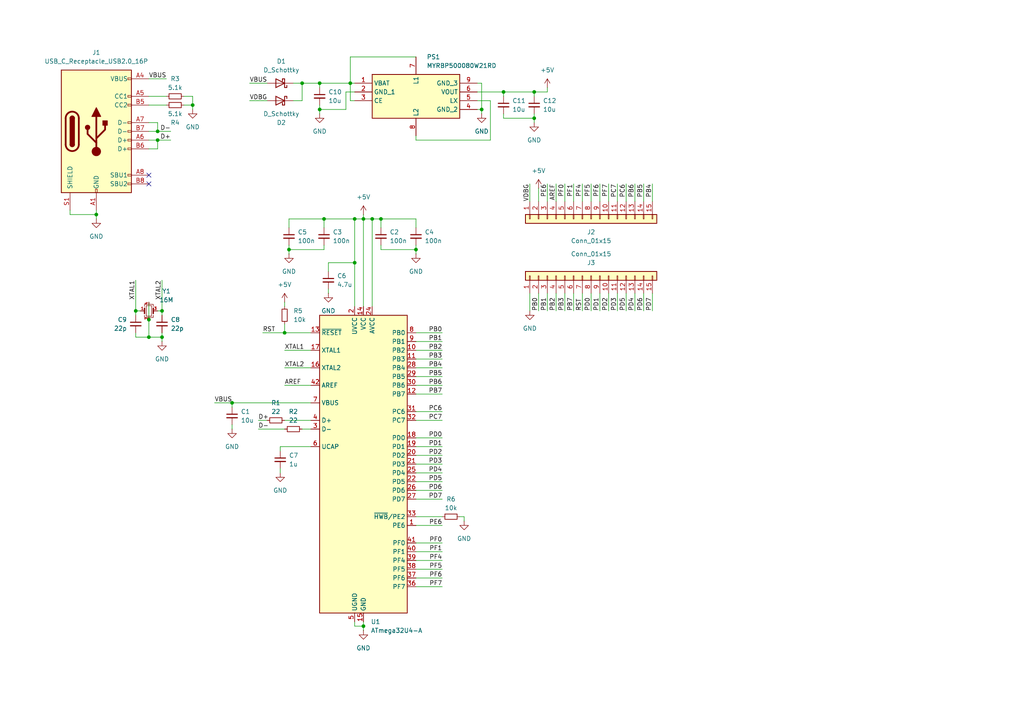
<source format=kicad_sch>
(kicad_sch (version 20250114) (generator "eeschema") (generator_version "9.0")
  (paper "A4")
  (lib_symbols
    (symbol "Connector:USB_C_Receptacle_USB2.0_16P" (pin_names (offset 1.016))
      (property "Reference" "J" (at 0 22.225 0))
      (property "Value" "USB_C_Receptacle_USB2.0_16P" (at 0 19.685 0))
      (symbol "USB_C_Receptacle_USB2.0_16P_0_0"
        (rectangle (start -0.254 -17.78) (end 0.254 -16.764))
        (rectangle (start 10.16 15.494) (end 9.144 14.986))
        (rectangle (start 10.16 10.414) (end 9.144 9.906))
        (rectangle (start 10.16 7.874) (end 9.144 7.366))
        (rectangle (start 10.16 2.794) (end 9.144 2.286))
        (rectangle (start 10.16 0.254) (end 9.144 -0.254))
        (rectangle (start 10.16 -2.286) (end 9.144 -2.794))
        (rectangle (start 10.16 -4.826) (end 9.144 -5.334))
        (rectangle (start 10.16 -12.446) (end 9.144 -12.954))
        (rectangle (start 10.16 -14.986) (end 9.144 -15.494))
      )
      (symbol "USB_C_Receptacle_USB2.0_16P_0_1"
        (rectangle (start -10.16 17.78) (end 10.16 -17.78) (stroke (width 0.254)) (fill (type background)))
        (polyline (pts (xy -8.89 -3.81) (xy -8.89 3.81)) (stroke (width 0.508)))
        (rectangle (start -7.62 -3.81) (end -6.35 3.81) (stroke (width 0.254)) (fill (type outline)))
        (arc (start -7.62 3.81) (mid -6.985 4.4423) (end -6.35 3.81) (stroke (width 0.254)))
        (arc (start -7.62 3.81) (mid -6.985 4.4423) (end -6.35 3.81) (stroke (width 0.254)) (fill (type outline)))
        (arc (start -8.89 3.81) (mid -6.985 5.7067) (end -5.08 3.81) (stroke (width 0.508)))
        (arc (start -5.08 -3.81) (mid -6.985 -5.7067) (end -8.89 -3.81) (stroke (width 0.508)))
        (arc (start -6.35 -3.81) (mid -6.985 -4.4423) (end -7.62 -3.81) (stroke (width 0.254)))
        (arc (start -6.35 -3.81) (mid -6.985 -4.4423) (end -7.62 -3.81) (stroke (width 0.254)) (fill (type outline)))
        (polyline (pts (xy -5.08 3.81) (xy -5.08 -3.81)) (stroke (width 0.508)))
        (circle (center -2.54 1.143) (radius 0.635) (stroke (width 0.254)) (fill (type outline)))
        (polyline (pts (xy -1.27 4.318) (xy 0 6.858) (xy 1.27 4.318) (xy -1.27 4.318)) (stroke (width 0.254)) (fill (type outline)))
        (polyline (pts (xy 0 -2.032) (xy 2.54 0.508) (xy 2.54 1.778)) (stroke (width 0.508)))
        (polyline (pts (xy 0 -3.302) (xy -2.54 -0.762) (xy -2.54 0.508)) (stroke (width 0.508)))
        (polyline (pts (xy 0 -5.842) (xy 0 4.318)) (stroke (width 0.508)))
        (circle (center 0 -5.842) (radius 1.27) (fill (type outline)))
        (rectangle (start 1.905 1.778) (end 3.175 3.048) (stroke (width 0.254)) (fill (type outline)))
      )
      (symbol "USB_C_Receptacle_USB2.0_16P_1_1"
        (pin passive line (at -7.62 -22.86 90) (length 5.08) (name "SHIELD") (number "S1"))
        (pin passive line (at 0 -22.86 90) (length 5.08) (name "GND") (number "A1"))
        (pin passive line (at 0 -22.86 90) (length 5.08) (hide yes) (name "GND") (number "A12"))
        (pin passive line (at 0 -22.86 90) (length 5.08) (hide yes) (name "GND") (number "B1"))
        (pin passive line (at 0 -22.86 90) (length 5.08) (hide yes) (name "GND") (number "B12"))
        (pin passive line (at 15.24 15.24 180) (length 5.08) (name "VBUS") (number "A4"))
        (pin passive line (at 15.24 15.24 180) (length 5.08) (hide yes) (name "VBUS") (number "A9"))
        (pin passive line (at 15.24 15.24 180) (length 5.08) (hide yes) (name "VBUS") (number "B4"))
        (pin passive line (at 15.24 15.24 180) (length 5.08) (hide yes) (name "VBUS") (number "B9"))
        (pin bidirectional line (at 15.24 10.16 180) (length 5.08) (name "CC1") (number "A5"))
        (pin bidirectional line (at 15.24 7.62 180) (length 5.08) (name "CC2") (number "B5"))
        (pin bidirectional line (at 15.24 2.54 180) (length 5.08) (name "D-") (number "A7"))
        (pin bidirectional line (at 15.24 0 180) (length 5.08) (name "D-") (number "B7"))
        (pin bidirectional line (at 15.24 -2.54 180) (length 5.08) (name "D+") (number "A6"))
        (pin bidirectional line (at 15.24 -5.08 180) (length 5.08) (name "D+") (number "B6"))
        (pin bidirectional line (at 15.24 -12.7 180) (length 5.08) (name "SBU1") (number "A8"))
        (pin bidirectional line (at 15.24 -15.24 180) (length 5.08) (name "SBU2") (number "B8"))
      )
    )
    (symbol "Connector_Generic:Conn_01x15" (pin_names (offset 1.016) (hide yes))
      (property "Reference" "J" (at 0 20.32 0))
      (property "Value" "Conn_01x15" (at 0 -20.32 0))
      (symbol "Conn_01x15_1_1"
        (rectangle (start -1.27 19.05) (end 1.27 -19.05) (stroke (width 0.254)) (fill (type background)))
        (rectangle (start -1.27 17.907) (end 0 17.653) (stroke (width 0.1524)))
        (rectangle (start -1.27 15.367) (end 0 15.113) (stroke (width 0.1524)))
        (rectangle (start -1.27 12.827) (end 0 12.573) (stroke (width 0.1524)))
        (rectangle (start -1.27 10.287) (end 0 10.033) (stroke (width 0.1524)))
        (rectangle (start -1.27 7.747) (end 0 7.493) (stroke (width 0.1524)))
        (rectangle (start -1.27 5.207) (end 0 4.953) (stroke (width 0.1524)))
        (rectangle (start -1.27 2.667) (end 0 2.413) (stroke (width 0.1524)))
        (rectangle (start -1.27 0.127) (end 0 -0.127) (stroke (width 0.1524)))
        (rectangle (start -1.27 -2.413) (end 0 -2.667) (stroke (width 0.1524)))
        (rectangle (start -1.27 -4.953) (end 0 -5.207) (stroke (width 0.1524)))
        (rectangle (start -1.27 -7.493) (end 0 -7.747) (stroke (width 0.1524)))
        (rectangle (start -1.27 -10.033) (end 0 -10.287) (stroke (width 0.1524)))
        (rectangle (start -1.27 -12.573) (end 0 -12.827) (stroke (width 0.1524)))
        (rectangle (start -1.27 -15.113) (end 0 -15.367) (stroke (width 0.1524)))
        (rectangle (start -1.27 -17.653) (end 0 -17.907) (stroke (width 0.1524)))
        (pin passive line (at -5.08 17.78 0) (length 3.81) (name "Pin_1") (number "1"))
        (pin passive line (at -5.08 15.24 0) (length 3.81) (name "Pin_2") (number "2"))
        (pin passive line (at -5.08 12.7 0) (length 3.81) (name "Pin_3") (number "3"))
        (pin passive line (at -5.08 10.16 0) (length 3.81) (name "Pin_4") (number "4"))
        (pin passive line (at -5.08 7.62 0) (length 3.81) (name "Pin_5") (number "5"))
        (pin passive line (at -5.08 5.08 0) (length 3.81) (name "Pin_6") (number "6"))
        (pin passive line (at -5.08 2.54 0) (length 3.81) (name "Pin_7") (number "7"))
        (pin passive line (at -5.08 0 0) (length 3.81) (name "Pin_8") (number "8"))
        (pin passive line (at -5.08 -2.54 0) (length 3.81) (name "Pin_9") (number "9"))
        (pin passive line (at -5.08 -5.08 0) (length 3.81) (name "Pin_10") (number "10"))
        (pin passive line (at -5.08 -7.62 0) (length 3.81) (name "Pin_11") (number "11"))
        (pin passive line (at -5.08 -10.16 0) (length 3.81) (name "Pin_12") (number "12"))
        (pin passive line (at -5.08 -12.7 0) (length 3.81) (name "Pin_13") (number "13"))
        (pin passive line (at -5.08 -15.24 0) (length 3.81) (name "Pin_14") (number "14"))
        (pin passive line (at -5.08 -17.78 0) (length 3.81) (name "Pin_15") (number "15"))
      )
    )
    (symbol "Device:C_Small" (pin_numbers (hide yes)) (pin_names (offset 0.254) (hide yes))
      (property "Reference" "C" (at 0.254 1.778 0))
      (property "Value" "C_Small" (at 0.254 -2.032 0))
      (symbol "C_Small_0_1"
        (polyline (pts (xy -1.524 0.508) (xy 1.524 0.508)) (stroke (width 0.3048)))
        (polyline (pts (xy -1.524 -0.508) (xy 1.524 -0.508)) (stroke (width 0.3302)))
      )
      (symbol "C_Small_1_1"
        (pin passive line (at 0 2.54 270) (length 2.032) (name "~") (number "1"))
        (pin passive line (at 0 -2.54 90) (length 2.032) (name "~") (number "2"))
      )
    )
    (symbol "Device:Crystal_GND24_Small" (pin_names (offset 1.016) (hide yes))
      (property "Reference" "Y" (at 1.27 4.445 0))
      (property "Value" "Crystal_GND24_Small" (at 1.27 2.54 0))
      (symbol "Crystal_GND24_Small_0_1"
        (polyline (pts (xy -1.27 1.27) (xy -1.27 1.905) (xy 1.27 1.905) (xy 1.27 1.27)))
        (polyline (pts (xy -1.27 -0.762) (xy -1.27 0.762)) (stroke (width 0.381)))
        (polyline (pts (xy -1.27 -1.27) (xy -1.27 -1.905) (xy 1.27 -1.905) (xy 1.27 -1.27)))
        (rectangle (start -0.762 -1.524) (end 0.762 1.524))
        (polyline (pts (xy 1.27 -0.762) (xy 1.27 0.762)) (stroke (width 0.381)))
      )
      (symbol "Crystal_GND24_Small_1_1"
        (pin passive line (at -2.54 0 0) (length 1.27) (name "1") (number "1"))
        (pin passive line (at 0 2.54 270) (length 0.635) (name "4") (number "4"))
        (pin passive line (at 0 -2.54 90) (length 0.635) (name "2") (number "2"))
        (pin passive line (at 2.54 0 180) (length 1.27) (name "3") (number "3"))
      )
    )
    (symbol "Device:D_Schottky" (pin_numbers (hide yes)) (pin_names (offset 1.016) (hide yes))
      (property "Reference" "D" (at 0 2.54 0))
      (property "Value" "D_Schottky" (at 0 -2.54 0))
      (symbol "D_Schottky_0_1"
        (polyline (pts (xy -1.905 0.635) (xy -1.905 1.27) (xy -1.27 1.27) (xy -1.27 -1.27) (xy -0.635 -1.27) (xy -0.635 -0.635)) (stroke (width 0.254)))
        (polyline (pts (xy 1.27 1.27) (xy 1.27 -1.27) (xy -1.27 0) (xy 1.27 1.27)) (stroke (width 0.254)))
        (polyline (pts (xy 1.27 0) (xy -1.27 0)))
      )
      (symbol "D_Schottky_1_1"
        (pin passive line (at -3.81 0 0) (length 2.54) (name "K") (number "1"))
        (pin passive line (at 3.81 0 180) (length 2.54) (name "A") (number "2"))
      )
    )
    (symbol "Device:R_Small" (pin_numbers (hide yes)) (pin_names (offset 0.254) (hide yes))
      (property "Reference" "R" (at 0.762 0.508 0))
      (property "Value" "R_Small" (at 0.762 -1.016 0))
      (symbol "R_Small_0_1"
        (rectangle (start -0.762 1.778) (end 0.762 -1.778) (stroke (width 0.2032)))
      )
      (symbol "R_Small_1_1"
        (pin passive line (at 0 2.54 270) (length 0.762) (name "~") (number "1"))
        (pin passive line (at 0 -2.54 90) (length 0.762) (name "~") (number "2"))
      )
    )
    (symbol "MCU_Microchip_ATmega:ATmega32U4-A"
      (property "Reference" "U" (at -12.7 44.45 0))
      (property "Value" "ATmega32U4-A" (at 2.54 -44.45 0))
      (symbol "ATmega32U4-A_0_1"
        (rectangle (start -12.7 -43.18) (end 12.7 43.18) (stroke (width 0.254)) (fill (type background)))
      )
      (symbol "ATmega32U4-A_1_1"
        (pin input line (at -15.24 38.1 0) (length 2.54) (name "~{RESET}") (number "13"))
        (pin input line (at -15.24 33.02 0) (length 2.54) (name "XTAL1") (number "17"))
        (pin output line (at -15.24 27.94 0) (length 2.54) (name "XTAL2") (number "16"))
        (pin passive line (at -15.24 22.86 0) (length 2.54) (name "AREF") (number "42"))
        (pin input line (at -15.24 17.78 0) (length 2.54) (name "VBUS") (number "7"))
        (pin bidirectional line (at -15.24 12.7 0) (length 2.54) (name "D+") (number "4"))
        (pin bidirectional line (at -15.24 10.16 0) (length 2.54) (name "D-") (number "3"))
        (pin passive line (at -15.24 5.08 0) (length 2.54) (name "UCAP") (number "6"))
        (pin power_in line (at -2.54 45.72 270) (length 2.54) (name "UVCC") (number "2"))
        (pin passive line (at -2.54 -45.72 90) (length 2.54) (name "UGND") (number "5"))
        (pin power_in line (at 0 45.72 270) (length 2.54) (name "VCC") (number "14"))
        (pin passive line (at 0 45.72 270) (length 2.54) (hide yes) (name "VCC") (number "34"))
        (pin power_in line (at 0 -45.72 90) (length 2.54) (name "GND") (number "15"))
        (pin passive line (at 0 -45.72 90) (length 2.54) (hide yes) (name "GND") (number "23"))
        (pin passive line (at 0 -45.72 90) (length 2.54) (hide yes) (name "GND") (number "35"))
        (pin passive line (at 0 -45.72 90) (length 2.54) (hide yes) (name "GND") (number "43"))
        (pin power_in line (at 2.54 45.72 270) (length 2.54) (name "AVCC") (number "24"))
        (pin passive line (at 2.54 45.72 270) (length 2.54) (hide yes) (name "AVCC") (number "44"))
        (pin bidirectional line (at 15.24 38.1 180) (length 2.54) (name "PB0") (number "8"))
        (pin bidirectional line (at 15.24 35.56 180) (length 2.54) (name "PB1") (number "9"))
        (pin bidirectional line (at 15.24 33.02 180) (length 2.54) (name "PB2") (number "10"))
        (pin bidirectional line (at 15.24 30.48 180) (length 2.54) (name "PB3") (number "11"))
        (pin bidirectional line (at 15.24 27.94 180) (length 2.54) (name "PB4") (number "28"))
        (pin bidirectional line (at 15.24 25.4 180) (length 2.54) (name "PB5") (number "29"))
        (pin bidirectional line (at 15.24 22.86 180) (length 2.54) (name "PB6") (number "30"))
        (pin bidirectional line (at 15.24 20.32 180) (length 2.54) (name "PB7") (number "12"))
        (pin bidirectional line (at 15.24 15.24 180) (length 2.54) (name "PC6") (number "31"))
        (pin bidirectional line (at 15.24 12.7 180) (length 2.54) (name "PC7") (number "32"))
        (pin bidirectional line (at 15.24 7.62 180) (length 2.54) (name "PD0") (number "18"))
        (pin bidirectional line (at 15.24 5.08 180) (length 2.54) (name "PD1") (number "19"))
        (pin bidirectional line (at 15.24 2.54 180) (length 2.54) (name "PD2") (number "20"))
        (pin bidirectional line (at 15.24 0 180) (length 2.54) (name "PD3") (number "21"))
        (pin bidirectional line (at 15.24 -2.54 180) (length 2.54) (name "PD4") (number "25"))
        (pin bidirectional line (at 15.24 -5.08 180) (length 2.54) (name "PD5") (number "22"))
        (pin bidirectional line (at 15.24 -7.62 180) (length 2.54) (name "PD6") (number "26"))
        (pin bidirectional line (at 15.24 -10.16 180) (length 2.54) (name "PD7") (number "27"))
        (pin bidirectional line (at 15.24 -15.24 180) (length 2.54) (name "~{HWB}/PE2") (number "33"))
        (pin bidirectional line (at 15.24 -17.78 180) (length 2.54) (name "PE6") (number "1"))
        (pin bidirectional line (at 15.24 -22.86 180) (length 2.54) (name "PF0") (number "41"))
        (pin bidirectional line (at 15.24 -25.4 180) (length 2.54) (name "PF1") (number "40"))
        (pin bidirectional line (at 15.24 -27.94 180) (length 2.54) (name "PF4") (number "39"))
        (pin bidirectional line (at 15.24 -30.48 180) (length 2.54) (name "PF5") (number "38"))
        (pin bidirectional line (at 15.24 -33.02 180) (length 2.54) (name "PF6") (number "37"))
        (pin bidirectional line (at 15.24 -35.56 180) (length 2.54) (name "PF7") (number "36"))
      )
    )
    (symbol "MYRBP500080W21RD:MYRBP500080W21RD"
      (property "Reference" "PS" (at 19.05 17.78 0))
      (property "Value" "MYRBP500080W21RD" (at 19.05 15.24 0))
      (symbol "MYRBP500080W21RD_1_1"
        (rectangle (start 5.08 12.7) (end 17.78 -12.7) (stroke (width 0.254)) (fill (type background)))
        (pin passive line (at 0 0 0) (length 5.08) (name "L1") (number "7"))
        (pin passive line (at 7.62 17.78 270) (length 5.08) (name "GND_3") (number "9"))
        (pin passive line (at 7.62 -17.78 90) (length 5.08) (name "VBAT") (number "1"))
        (pin passive line (at 10.16 17.78 270) (length 5.08) (name "VOUT") (number "6"))
        (pin passive line (at 10.16 -17.78 90) (length 5.08) (name "GND_1") (number "2"))
        (pin passive line (at 12.7 17.78 270) (length 5.08) (name "LX") (number "5"))
        (pin passive line (at 12.7 -17.78 90) (length 5.08) (name "CE") (number "3"))
        (pin passive line (at 15.24 17.78 270) (length 5.08) (name "GND_2") (number "4"))
        (pin passive line (at 22.86 0 180) (length 5.08) (name "L2") (number "8"))
      )
    )
    (symbol "power:+5V" (power) (pin_numbers (hide yes)) (pin_names (offset 0) (hide yes))
      (property "Value" "+5V" (at 0 3.556 0))
      (symbol "+5V_0_1"
        (polyline (pts (xy -0.762 1.27) (xy 0 2.54)))
        (polyline (pts (xy 0 2.54) (xy 0.762 1.27)))
        (polyline (pts (xy 0 0) (xy 0 2.54)))
      )
      (symbol "+5V_1_1"
        (pin power_in line (at 0 0 90) (length 0) (name "~") (number "1"))
      )
    )
    (symbol "power:GND" (power) (pin_numbers (hide yes)) (pin_names (offset 0) (hide yes))
      (property "Value" "GND" (at 0 -3.81 0))
      (symbol "GND_0_1"
        (polyline (pts (xy 0 0) (xy 0 -1.27) (xy 1.27 -1.27) (xy 0 -2.54) (xy -1.27 -1.27) (xy 0 -1.27)))
      )
      (symbol "GND_1_1"
        (pin power_in line (at 0 0 270) (length 0) (name "~") (number "1"))
      )
    )
  )
  (junction (at 39.37 90.17))
  (junction (at 102.87 76.2))
  (junction (at 45.72 40.64))
  (junction (at 154.94 26.67))
  (junction (at 67.31 116.84))
  (junction (at 120.65 72.39))
  (junction (at 102.87 63.5))
  (junction (at 101.6 24.13))
  (junction (at 46.99 97.79))
  (junction (at 92.71 31.75))
  (junction (at 87.63 24.13))
  (junction (at 92.71 24.13))
  (junction (at 146.05 26.67))
  (junction (at 83.82 72.39))
  (junction (at 27.94 62.23))
  (junction (at 45.72 38.1))
  (junction (at 154.94 34.29))
  (junction (at 93.98 63.5))
  (junction (at 46.99 90.17))
  (junction (at 43.18 97.79))
  (junction (at 110.49 63.5))
  (junction (at 105.41 181.61))
  (junction (at 43.18 92.71))
  (junction (at 139.7 31.75))
  (junction (at 55.88 30.48))
  (junction (at 107.95 63.5))
  (junction (at 82.55 96.52))
  (junction (at 105.41 63.5))
  (no_connect (at 43.18 53.34))
  (no_connect (at 43.18 50.8))
  (wire (pts (xy 120.65 149.86) (xy 128.27 149.86)))
  (wire (pts (xy 120.65 167.64) (xy 128.27 167.64)))
  (wire (pts (xy 142.24 29.21) (xy 142.24 40.64)))
  (wire (pts (xy 173.99 53.34) (xy 173.99 58.42)))
  (wire (pts (xy 92.71 31.75) (xy 92.71 33.02)))
  (wire (pts (xy 138.43 29.21) (xy 142.24 29.21)))
  (wire (pts (xy 120.65 99.06) (xy 128.27 99.06)))
  (wire (pts (xy 120.65 129.54) (xy 128.27 129.54)))
  (wire (pts (xy 120.65 170.18) (xy 128.27 170.18)))
  (wire (pts (xy 67.31 118.11) (xy 67.31 116.84)))
  (wire (pts (xy 120.65 109.22) (xy 128.27 109.22)))
  (wire (pts (xy 102.87 63.5) (xy 102.87 76.2)))
  (wire (pts (xy 154.94 34.29) (xy 154.94 33.02)))
  (wire (pts (xy 43.18 87.63) (xy 43.18 92.71)))
  (wire (pts (xy 120.65 72.39) (xy 120.65 71.12)))
  (wire (pts (xy 95.25 83.82) (xy 95.25 85.09)))
  (wire (pts (xy 138.43 24.13) (xy 139.7 24.13)))
  (wire (pts (xy 46.99 97.79) (xy 46.99 99.06)))
  (wire (pts (xy 153.67 85.09) (xy 153.67 90.17)))
  (wire (pts (xy 107.95 63.5) (xy 107.95 88.9)))
  (wire (pts (xy 87.63 124.46) (xy 90.17 124.46)))
  (wire (pts (xy 120.65 121.92) (xy 128.27 121.92)))
  (wire (pts (xy 102.87 76.2) (xy 95.25 76.2)))
  (wire (pts (xy 120.65 104.14) (xy 128.27 104.14)))
  (wire (pts (xy 184.15 53.34) (xy 184.15 58.42)))
  (wire (pts (xy 83.82 72.39) (xy 83.82 73.66)))
  (wire (pts (xy 43.18 35.56) (xy 45.72 35.56)))
  (wire (pts (xy 39.37 81.28) (xy 39.37 90.17)))
  (wire (pts (xy 154.94 34.29) (xy 154.94 35.56)))
  (wire (pts (xy 120.65 132.08) (xy 128.27 132.08)))
  (wire (pts (xy 102.87 181.61) (xy 105.41 181.61)))
  (wire (pts (xy 161.29 85.09) (xy 161.29 90.17)))
  (wire (pts (xy 110.49 63.5) (xy 110.49 66.04)))
  (wire (pts (xy 186.69 53.34) (xy 186.69 58.42)))
  (wire (pts (xy 102.87 29.21) (xy 101.6 29.21)))
  (wire (pts (xy 173.99 85.09) (xy 173.99 90.17)))
  (wire (pts (xy 67.31 116.84) (xy 62.23 116.84)))
  (wire (pts (xy 171.45 53.34) (xy 171.45 58.42)))
  (wire (pts (xy 67.31 124.46) (xy 67.31 123.19)))
  (wire (pts (xy 168.91 53.34) (xy 168.91 58.42)))
  (wire (pts (xy 120.65 162.56) (xy 128.27 162.56)))
  (wire (pts (xy 55.88 27.94) (xy 55.88 30.48)))
  (wire (pts (xy 179.07 85.09) (xy 179.07 90.17)))
  (wire (pts (xy 139.7 24.13) (xy 139.7 31.75)))
  (wire (pts (xy 83.82 63.5) (xy 93.98 63.5)))
  (wire (pts (xy 146.05 33.02) (xy 146.05 34.29)))
  (wire (pts (xy 82.55 93.98) (xy 82.55 96.52)))
  (wire (pts (xy 82.55 87.63) (xy 82.55 88.9)))
  (wire (pts (xy 45.72 35.56) (xy 45.72 38.1)))
  (wire (pts (xy 176.53 53.34) (xy 176.53 58.42)))
  (wire (pts (xy 45.72 40.64) (xy 49.53 40.64)))
  (wire (pts (xy 120.65 72.39) (xy 110.49 72.39)))
  (wire (pts (xy 120.65 40.64) (xy 120.65 39.37)))
  (wire (pts (xy 146.05 26.67) (xy 146.05 27.94)))
  (wire (pts (xy 43.18 43.18) (xy 45.72 43.18)))
  (wire (pts (xy 93.98 63.5) (xy 93.98 66.04)))
  (wire (pts (xy 45.72 43.18) (xy 45.72 40.64)))
  (wire (pts (xy 154.94 26.67) (xy 154.94 27.94)))
  (wire (pts (xy 181.61 53.34) (xy 181.61 58.42)))
  (wire (pts (xy 163.83 85.09) (xy 163.83 90.17)))
  (wire (pts (xy 168.91 85.09) (xy 168.91 90.17)))
  (wire (pts (xy 110.49 72.39) (xy 110.49 71.12)))
  (wire (pts (xy 120.65 165.1) (xy 128.27 165.1)))
  (wire (pts (xy 81.28 137.16) (xy 81.28 135.89)))
  (wire (pts (xy 120.65 127) (xy 128.27 127)))
  (wire (pts (xy 46.99 97.79) (xy 43.18 97.79)))
  (wire (pts (xy 120.65 66.04) (xy 120.65 63.5)))
  (wire (pts (xy 153.67 53.34) (xy 153.67 58.42)))
  (wire (pts (xy 120.65 142.24) (xy 128.27 142.24)))
  (wire (pts (xy 105.41 181.61) (xy 105.41 182.88)))
  (wire (pts (xy 105.41 181.61) (xy 105.41 180.34)))
  (wire (pts (xy 85.09 24.13) (xy 87.63 24.13)))
  (wire (pts (xy 83.82 66.04) (xy 83.82 63.5)))
  (wire (pts (xy 81.28 129.54) (xy 81.28 130.81)))
  (wire (pts (xy 43.18 22.86) (xy 48.26 22.86)))
  (wire (pts (xy 102.87 26.67) (xy 100.33 26.67)))
  (wire (pts (xy 184.15 85.09) (xy 184.15 90.17)))
  (wire (pts (xy 120.65 16.51) (xy 101.6 16.51)))
  (wire (pts (xy 179.07 53.34) (xy 179.07 58.42)))
  (wire (pts (xy 76.2 96.52) (xy 82.55 96.52)))
  (wire (pts (xy 120.65 106.68) (xy 128.27 106.68)))
  (wire (pts (xy 92.71 24.13) (xy 101.6 24.13)))
  (wire (pts (xy 146.05 34.29) (xy 154.94 34.29)))
  (wire (pts (xy 120.65 119.38) (xy 128.27 119.38)))
  (wire (pts (xy 189.23 85.09) (xy 189.23 90.17)))
  (wire (pts (xy 120.65 63.5) (xy 110.49 63.5)))
  (wire (pts (xy 72.39 29.21) (xy 77.47 29.21)))
  (wire (pts (xy 156.21 54.61) (xy 156.21 58.42)))
  (wire (pts (xy 55.88 30.48) (xy 55.88 31.75)))
  (wire (pts (xy 101.6 16.51) (xy 101.6 24.13)))
  (wire (pts (xy 176.53 85.09) (xy 176.53 90.17)))
  (wire (pts (xy 154.94 26.67) (xy 158.75 26.67)))
  (wire (pts (xy 43.18 40.64) (xy 45.72 40.64)))
  (wire (pts (xy 158.75 26.67) (xy 158.75 25.4)))
  (wire (pts (xy 105.41 62.23) (xy 105.41 63.5)))
  (wire (pts (xy 92.71 31.75) (xy 92.71 30.48)))
  (wire (pts (xy 43.18 27.94) (xy 48.26 27.94)))
  (wire (pts (xy 82.55 121.92) (xy 90.17 121.92)))
  (wire (pts (xy 83.82 72.39) (xy 83.82 71.12)))
  (wire (pts (xy 87.63 29.21) (xy 87.63 24.13)))
  (wire (pts (xy 120.65 114.3) (xy 128.27 114.3)))
  (wire (pts (xy 138.43 26.67) (xy 146.05 26.67)))
  (wire (pts (xy 120.65 139.7) (xy 128.27 139.7)))
  (wire (pts (xy 43.18 97.79) (xy 39.37 97.79)))
  (wire (pts (xy 67.31 116.84) (xy 90.17 116.84)))
  (wire (pts (xy 90.17 111.76) (xy 82.55 111.76)))
  (wire (pts (xy 120.65 96.52) (xy 128.27 96.52)))
  (wire (pts (xy 85.09 29.21) (xy 87.63 29.21)))
  (wire (pts (xy 43.18 92.71) (xy 43.18 97.79)))
  (wire (pts (xy 133.35 149.86) (xy 134.62 149.86)))
  (wire (pts (xy 146.05 26.67) (xy 154.94 26.67)))
  (wire (pts (xy 120.65 134.62) (xy 128.27 134.62)))
  (wire (pts (xy 43.18 38.1) (xy 45.72 38.1)))
  (wire (pts (xy 166.37 53.34) (xy 166.37 58.42)))
  (wire (pts (xy 181.61 85.09) (xy 181.61 90.17)))
  (wire (pts (xy 102.87 76.2) (xy 102.87 88.9)))
  (wire (pts (xy 27.94 62.23) (xy 27.94 63.5)))
  (wire (pts (xy 93.98 72.39) (xy 93.98 71.12)))
  (wire (pts (xy 161.29 53.34) (xy 161.29 58.42)))
  (wire (pts (xy 163.83 53.34) (xy 163.83 58.42)))
  (wire (pts (xy 81.28 129.54) (xy 90.17 129.54)))
  (wire (pts (xy 87.63 24.13) (xy 92.71 24.13)))
  (wire (pts (xy 82.55 106.68) (xy 90.17 106.68)))
  (wire (pts (xy 120.65 72.39) (xy 120.65 73.66)))
  (wire (pts (xy 39.37 90.17) (xy 39.37 91.44)))
  (wire (pts (xy 74.93 124.46) (xy 82.55 124.46)))
  (wire (pts (xy 120.65 101.6) (xy 128.27 101.6)))
  (wire (pts (xy 45.72 90.17) (xy 46.99 90.17)))
  (wire (pts (xy 120.65 111.76) (xy 128.27 111.76)))
  (wire (pts (xy 43.18 30.48) (xy 48.26 30.48)))
  (wire (pts (xy 158.75 53.34) (xy 158.75 58.42)))
  (wire (pts (xy 189.23 53.34) (xy 189.23 58.42)))
  (wire (pts (xy 82.55 96.52) (xy 90.17 96.52)))
  (wire (pts (xy 46.99 97.79) (xy 46.99 96.52)))
  (wire (pts (xy 120.65 157.48) (xy 128.27 157.48)))
  (wire (pts (xy 101.6 24.13) (xy 102.87 24.13)))
  (wire (pts (xy 134.62 149.86) (xy 134.62 151.13)))
  (wire (pts (xy 53.34 30.48) (xy 55.88 30.48)))
  (wire (pts (xy 20.32 62.23) (xy 27.94 62.23)))
  (wire (pts (xy 107.95 63.5) (xy 110.49 63.5)))
  (wire (pts (xy 95.25 76.2) (xy 95.25 78.74)))
  (wire (pts (xy 139.7 31.75) (xy 139.7 33.02)))
  (wire (pts (xy 142.24 40.64) (xy 120.65 40.64)))
  (wire (pts (xy 102.87 180.34) (xy 102.87 181.61)))
  (wire (pts (xy 45.72 38.1) (xy 49.53 38.1)))
  (wire (pts (xy 27.94 60.96) (xy 27.94 62.23)))
  (wire (pts (xy 82.55 101.6) (xy 90.17 101.6)))
  (wire (pts (xy 105.41 63.5) (xy 107.95 63.5)))
  (wire (pts (xy 46.99 81.28) (xy 46.99 90.17)))
  (wire (pts (xy 53.34 27.94) (xy 55.88 27.94)))
  (wire (pts (xy 120.65 160.02) (xy 128.27 160.02)))
  (wire (pts (xy 46.99 90.17) (xy 46.99 91.44)))
  (wire (pts (xy 100.33 26.67) (xy 100.33 31.75)))
  (wire (pts (xy 138.43 31.75) (xy 139.7 31.75)))
  (wire (pts (xy 39.37 90.17) (xy 40.64 90.17)))
  (wire (pts (xy 72.39 24.13) (xy 77.47 24.13)))
  (wire (pts (xy 39.37 97.79) (xy 39.37 96.52)))
  (wire (pts (xy 83.82 72.39) (xy 93.98 72.39)))
  (wire (pts (xy 171.45 85.09) (xy 171.45 90.17)))
  (wire (pts (xy 92.71 25.4) (xy 92.71 24.13)))
  (wire (pts (xy 101.6 24.13) (xy 101.6 29.21)))
  (wire (pts (xy 156.21 85.09) (xy 156.21 90.17)))
  (wire (pts (xy 166.37 85.09) (xy 166.37 90.17)))
  (wire (pts (xy 158.75 85.09) (xy 158.75 90.17)))
  (wire (pts (xy 93.98 63.5) (xy 102.87 63.5)))
  (wire (pts (xy 74.93 121.92) (xy 77.47 121.92)))
  (wire (pts (xy 120.65 144.78) (xy 128.27 144.78)))
  (wire (pts (xy 105.41 63.5) (xy 105.41 88.9)))
  (wire (pts (xy 20.32 60.96) (xy 20.32 62.23)))
  (wire (pts (xy 120.65 152.4) (xy 128.27 152.4)))
  (wire (pts (xy 186.69 85.09) (xy 186.69 90.17)))
  (wire (pts (xy 120.65 137.16) (xy 128.27 137.16)))
  (wire (pts (xy 100.33 31.75) (xy 92.71 31.75)))
  (wire (pts (xy 105.41 63.5) (xy 102.87 63.5)))
  (label "XTAL2" (at 46.99 81.28 270))
  (label "PD4" (at 184.15 90.17 90))
  (label "PF0" (at 163.83 53.34 270))
  (label "RST" (at 76.2 96.52 0))
  (label "PD0" (at 128.27 127 180))
  (label "PB0" (at 128.27 96.52 180))
  (label "PD7" (at 128.27 144.78 180))
  (label "PF5" (at 128.27 165.1 180))
  (label "PB4" (at 128.27 106.68 180))
  (label "VBUS" (at 62.23 116.84 0))
  (label "PD1" (at 128.27 129.54 180))
  (label "PB1" (at 158.75 90.17 90))
  (label "PD6" (at 128.27 142.24 180))
  (label "PF1" (at 166.37 53.34 270))
  (label "XTAL1" (at 82.55 101.6 0))
  (label "PC7" (at 179.07 53.34 270))
  (label "D-" (at 74.93 124.46 0))
  (label "PF4" (at 168.91 53.34 270))
  (label "PB7" (at 128.27 114.3 180))
  (label "PC7" (at 128.27 121.92 180))
  (label "XTAL1" (at 39.37 81.28 270))
  (label "PB7" (at 166.37 90.17 90))
  (label "RST" (at 168.91 90.17 90))
  (label "PB4" (at 189.23 53.34 270))
  (label "PD2" (at 176.53 90.17 90))
  (label "PB0" (at 156.21 90.17 90))
  (label "PB2" (at 128.27 101.6 180))
  (label "D+" (at 74.93 121.92 0))
  (label "VBUS" (at 48.26 22.86 180))
  (label "D+" (at 49.53 40.64 180))
  (label "D-" (at 49.53 38.1 180))
  (label "VDBG" (at 153.67 53.34 270))
  (label "XTAL2" (at 82.55 106.68 0))
  (label "PF5" (at 171.45 53.34 270))
  (label "PD1" (at 173.99 90.17 90))
  (label "PD7" (at 189.23 90.17 90))
  (label "PD6" (at 186.69 90.17 90))
  (label "PB6" (at 128.27 111.76 180))
  (label "PF4" (at 128.27 162.56 180))
  (label "PB5" (at 186.69 53.34 270))
  (label "PC6" (at 128.27 119.38 180))
  (label "PF1" (at 128.27 160.02 180))
  (label "PB3" (at 163.83 90.17 90))
  (label "PD3" (at 179.07 90.17 90))
  (label "PF7" (at 128.27 170.18 180))
  (label "PB3" (at 128.27 104.14 180))
  (label "AREF" (at 82.55 111.76 0))
  (label "PD5" (at 181.61 90.17 90))
  (label "VDBG" (at 72.39 29.21 0))
  (label "PD4" (at 128.27 137.16 180))
  (label "PF0" (at 128.27 157.48 180))
  (label "PD2" (at 128.27 132.08 180))
  (label "VBUS" (at 72.39 24.13 0))
  (label "PC6" (at 181.61 53.34 270))
  (label "PD5" (at 128.27 139.7 180))
  (label "PF6" (at 128.27 167.64 180))
  (label "PB1" (at 128.27 99.06 180))
  (label "PD0" (at 171.45 90.17 90))
  (label "PF6" (at 173.99 53.34 270))
  (label "PB6" (at 184.15 53.34 270))
  (label "PB5" (at 128.27 109.22 180))
  (label "PB2" (at 161.29 90.17 90))
  (label "PE6" (at 128.27 152.4 180))
  (label "PF7" (at 176.53 53.34 270))
  (label "PD3" (at 128.27 134.62 180))
  (label "AREF" (at 161.29 53.34 270))
  (label "PE6" (at 158.75 53.34 270))
  (symbol (lib_id "Device:R_Small") (at 85.09 124.46 90) (unit 1)
    (property "Reference" "R2" (at 85.09 119.38 90))
    (property "Value" "22" (at 85.09 121.92 90))
    (property "Footprint" "Resistor_SMD:R_0603_1608Metric" (effects (hide yes)))
    (property "Description" "Resistor, small symbol" (effects (hide yes)))
  )
  (symbol (lib_id "Connector_Generic:Conn_01x15") (at 171.45 63.5 90) (mirror x) (unit 1)
    (property "Reference" "J2" (at 171.45 67.31 90))
    (property "Value" "Conn_01x15" (at 171.45 69.85 90))
    (property "Footprint" "Connector_PinHeader_2.54mm:PinHeader_1x15_P2.54mm_Vertical" (effects (hide yes)))
    (property "Description" "Generic connector, single row, 01x15, script generated (kicad-library-utils/schlib/autogen/connector/)" (effects (hide yes)))
  )
  (symbol (lib_id "power:GND") (at 46.99 99.06 0) (unit 1)
    (property "Reference" "#PWR010" (effects (hide yes)))
    (property "Value" "GND" (at 46.99 104.14 0))
    (property "Description" "Power symbol creates a global label with name \"GND\" , ground" (effects (hide yes)))
  )
  (symbol (lib_id "Connector_Generic:Conn_01x15") (at 171.45 80.01 90) (unit 1)
    (property "Reference" "J3" (at 171.45 76.2 90))
    (property "Value" "Conn_01x15" (at 171.45 73.66 90))
    (property "Footprint" "Connector_PinHeader_2.54mm:PinHeader_1x15_P2.54mm_Vertical" (effects (hide yes)))
    (property "Description" "Generic connector, single row, 01x15, script generated (kicad-library-utils/schlib/autogen/connector/)" (effects (hide yes)))
  )
  (symbol (lib_id "power:+5V") (at 158.75 25.4 0) (unit 1)
    (property "Reference" "#PWR014" (effects (hide yes)))
    (property "Value" "+5V" (at 158.75 20.32 0))
    (property "Description" "Power symbol creates a global label with name \"+5V\"" (effects (hide yes)))
  )
  (symbol (lib_id "power:+5V") (at 105.41 62.23 0) (unit 1)
    (property "Reference" "#PWR03" (effects (hide yes)))
    (property "Value" "+5V" (at 105.41 57.15 0))
    (property "Description" "Power symbol creates a global label with name \"+5V\"" (effects (hide yes)))
  )
  (symbol (lib_id "power:GND") (at 83.82 73.66 0) (unit 1)
    (property "Reference" "#PWR04" (effects (hide yes)))
    (property "Value" "GND" (at 83.82 78.74 0))
    (property "Description" "Power symbol creates a global label with name \"GND\" , ground" (effects (hide yes)))
  )
  (symbol (lib_id "Device:R_Small") (at 82.55 91.44 0) (unit 1)
    (property "Reference" "R5" (at 85.09 90.1699 0) (effects (justify left)))
    (property "Value" "10k" (at 85.09 92.7099 0) (effects (justify left)))
    (property "Footprint" "Resistor_SMD:R_0603_1608Metric" (effects (hide yes)))
    (property "Description" "Resistor, small symbol" (effects (hide yes)))
  )
  (symbol (lib_id "power:GND") (at 154.94 35.56 0) (unit 1)
    (property "Reference" "#PWR017" (effects (hide yes)))
    (property "Value" "GND" (at 154.94 40.64 0))
    (property "Description" "Power symbol creates a global label with name \"GND\" , ground" (effects (hide yes)))
  )
  (symbol (lib_id "Device:R_Small") (at 50.8 27.94 90) (unit 1)
    (property "Reference" "R3" (at 50.8 22.86 90))
    (property "Value" "5.1k" (at 50.8 25.4 90))
    (property "Footprint" "Resistor_SMD:R_0603_1608Metric" (effects (hide yes)))
    (property "Description" "Resistor, small symbol" (effects (hide yes)))
  )
  (symbol (lib_id "power:+5V") (at 156.21 54.61 0) (unit 1)
    (property "Reference" "#PWR011" (effects (hide yes)))
    (property "Value" "+5V" (at 156.21 49.53 0))
    (property "Description" "Power symbol creates a global label with name \"+5V\"" (effects (hide yes)))
  )
  (symbol (lib_id "Device:C_Small") (at 93.98 68.58 0) (unit 1)
    (property "Reference" "C3" (at 96.52 67.3162 0) (effects (justify left)))
    (property "Value" "100n" (at 96.52 69.8562 0) (effects (justify left)))
    (property "Footprint" "Capacitor_SMD:C_0603_1608Metric" (effects (hide yes)))
    (property "Description" "Unpolarized capacitor, small symbol" (effects (hide yes)))
  )
  (symbol (lib_id "Device:C_Small") (at 120.65 68.58 0) (unit 1)
    (property "Reference" "C4" (at 123.19 67.3162 0) (effects (justify left)))
    (property "Value" "100n" (at 123.19 69.8562 0) (effects (justify left)))
    (property "Footprint" "Capacitor_SMD:C_0603_1608Metric" (effects (hide yes)))
    (property "Description" "Unpolarized capacitor, small symbol" (effects (hide yes)))
  )
  (symbol (lib_id "MYRBP500080W21RD:MYRBP500080W21RD") (at 120.65 16.51 270) (unit 1)
    (property "Reference" "PS1" (at 123.7681 16.51 90) (effects (justify left)))
    (property "Value" "MYRBP500080W21RD" (at 123.7681 19.05 90) (effects (justify left)))
    (property "Footprint" "MYRBP500080W21RD:MYRBP500080W21RD" (effects (hide yes)))
    (property "Datasheet" "https://www.murata.com/products/productdata/8809985572894/MYRBP-B-W.pdf?1604930424000" (effects (hide yes)))
    (property "Description" "Non-Isolated PoL Module DC DC Converter 1 Output 5V 500mA 0.65V - 6V Input" (effects (hide yes)))
    (property "Height" "1.04" (effects (hide yes)))
    (property "Manufacturer_Name" "Murata Electronics" (effects (hide yes)))
    (property "Manufacturer_Part_Number" "MYRBP500080W21RD" (effects (hide yes)))
    (property "Mouser Part Number" "81-MYRBP500080W21RD" (effects (hide yes)))
    (property "Mouser Price/Stock" "https://www.mouser.co.uk/ProductDetail/Murata-Electronics/MYRBP500080W21RD?qs=hd1VzrDQEGh%2Fg85ihM7iTw%3D%3D" (effects (hide yes)))
    (property "Arrow Part Number" "MYRBP500080W21RD" (effects (hide yes)))
    (property "Arrow Price/Stock" "https://www.arrow.com/en/products/myrbp500080w21rd/murata-power-solutions?region=nac" (effects (hide yes)))
  )
  (symbol (lib_id "Device:C_Small") (at 92.71 27.94 0) (unit 1)
    (property "Reference" "C10" (at 95.25 26.6762 0) (effects (justify left)))
    (property "Value" "10u" (at 95.25 29.2162 0) (effects (justify left)))
    (property "Footprint" "Capacitor_SMD:C_0603_1608Metric" (effects (hide yes)))
    (property "Description" "Unpolarized capacitor, small symbol" (effects (hide yes)))
  )
  (symbol (lib_id "Device:C_Small") (at 154.94 30.48 0) (unit 1)
    (property "Reference" "C12" (at 157.48 29.2162 0) (effects (justify left)))
    (property "Value" "10u" (at 157.48 31.7562 0) (effects (justify left)))
    (property "Footprint" "Capacitor_SMD:C_0603_1608Metric" (effects (hide yes)))
    (property "Description" "Unpolarized capacitor, small symbol" (effects (hide yes)))
  )
  (symbol (lib_id "Connector:USB_C_Receptacle_USB2.0_16P") (at 27.94 38.1 0) (unit 1)
    (property "Reference" "J1" (at 27.94 15.24 0))
    (property "Value" "USB_C_Receptacle_USB2.0_16P" (at 27.94 17.78 0))
    (property "Footprint" "Connector_USB:USB_C_Receptacle_HRO_TYPE-C-31-M-12" (effects (hide yes)))
    (property "Datasheet" "https://www.usb.org/sites/default/files/documents/usb_type-c.zip" (effects (hide yes)))
    (property "Description" "USB 2.0-only 16P Type-C Receptacle connector" (effects (hide yes)))
  )
  (symbol (lib_id "power:GND") (at 95.25 85.09 0) (unit 1)
    (property "Reference" "#PWR05" (effects (hide yes)))
    (property "Value" "GND" (at 95.25 90.17 0))
    (property "Description" "Power symbol creates a global label with name \"GND\" , ground" (effects (hide yes)))
  )
  (symbol (lib_id "power:GND") (at 27.94 63.5 0) (unit 1)
    (property "Reference" "#PWR07" (effects (hide yes)))
    (property "Value" "GND" (at 27.94 68.58 0))
    (property "Description" "Power symbol creates a global label with name \"GND\" , ground" (effects (hide yes)))
  )
  (symbol (lib_id "Device:C_Small") (at 81.28 133.35 0) (unit 1)
    (property "Reference" "C7" (at 83.82 132.0862 0) (effects (justify left)))
    (property "Value" "1u" (at 83.82 134.6262 0) (effects (justify left)))
    (property "Footprint" "Capacitor_SMD:C_0603_1608Metric" (effects (hide yes)))
    (property "Description" "Unpolarized capacitor, small symbol" (effects (hide yes)))
  )
  (symbol (lib_id "Device:R_Small") (at 50.8 30.48 90) (mirror x) (unit 1)
    (property "Reference" "R4" (at 50.8 35.56 90))
    (property "Value" "5.1k" (at 50.8 33.02 90))
    (property "Footprint" "Resistor_SMD:R_0603_1608Metric" (effects (hide yes)))
    (property "Description" "Resistor, small symbol" (effects (hide yes)))
  )
  (symbol (lib_id "power:GND") (at 139.7 33.02 0) (unit 1)
    (property "Reference" "#PWR016" (effects (hide yes)))
    (property "Value" "GND" (at 139.7 38.1 0))
    (property "Description" "Power symbol creates a global label with name \"GND\" , ground" (effects (hide yes)))
  )
  (symbol (lib_id "MCU_Microchip_ATmega:ATmega32U4-A") (at 105.41 134.62 0) (unit 1)
    (property "Reference" "U1" (at 107.5533 180.34 0) (effects (justify left)))
    (property "Value" "ATmega32U4-A" (at 107.5533 182.88 0) (effects (justify left)))
    (property "Footprint" "Package_QFP:TQFP-44_10x10mm_P0.8mm" (effects (hide yes)))
    (property "Datasheet" "http://ww1.microchip.com/downloads/en/DeviceDoc/Atmel-7766-8-bit-AVR-ATmega16U4-32U4_Datasheet.pdf" (effects (hide yes)))
    (property "Description" "16MHz, 32kB Flash, 2.5kB SRAM, 1kB EEPROM, USB 2.0, TQFP-44" (effects (hide yes)))
  )
  (symbol (lib_id "Device:R_Small") (at 80.01 121.92 90) (unit 1)
    (property "Reference" "R1" (at 80.01 116.84 90))
    (property "Value" "22" (at 80.01 119.38 90))
    (property "Footprint" "Resistor_SMD:R_0603_1608Metric" (effects (hide yes)))
    (property "Description" "Resistor, small symbol" (effects (hide yes)))
  )
  (symbol (lib_id "Device:C_Small") (at 67.31 120.65 0) (unit 1)
    (property "Reference" "C1" (at 69.85 119.3862 0) (effects (justify left)))
    (property "Value" "10u" (at 69.85 121.9262 0) (effects (justify left)))
    (property "Footprint" "Capacitor_SMD:C_0603_1608Metric" (effects (hide yes)))
    (property "Description" "Unpolarized capacitor, small symbol" (effects (hide yes)))
  )
  (symbol (lib_id "Device:C_Small") (at 83.82 68.58 0) (unit 1)
    (property "Reference" "C5" (at 86.36 67.3162 0) (effects (justify left)))
    (property "Value" "100n" (at 86.36 69.8562 0) (effects (justify left)))
    (property "Footprint" "Capacitor_SMD:C_0603_1608Metric" (effects (hide yes)))
    (property "Description" "Unpolarized capacitor, small symbol" (effects (hide yes)))
  )
  (symbol (lib_id "Device:C_Small") (at 39.37 93.98 0) (mirror y) (unit 1)
    (property "Reference" "C9" (at 36.83 92.7162 0) (effects (justify left)))
    (property "Value" "22p" (at 36.83 95.2562 0) (effects (justify left)))
    (property "Footprint" "Capacitor_SMD:C_0603_1608Metric" (effects (hide yes)))
    (property "Description" "Unpolarized capacitor, small symbol" (effects (hide yes)))
  )
  (symbol (lib_id "power:GND") (at 153.67 90.17 0) (unit 1)
    (property "Reference" "#PWR018" (effects (hide yes)))
    (property "Value" "GND" (at 153.67 95.25 0))
    (property "Description" "Power symbol creates a global label with name \"GND\" , ground" (effects (hide yes)))
  )
  (symbol (lib_id "Device:Crystal_GND24_Small") (at 43.18 90.17 0) (unit 1)
    (property "Reference" "Y1" (at 48.26 84.4482 0))
    (property "Value" "16M" (at 48.26 86.9882 0))
    (property "Footprint" "Crystal:Crystal_SMD_3225-4Pin_3.2x2.5mm" (effects (hide yes)))
    (property "Description" "Four pin crystal, GND on pins 2 and 4, small symbol" (effects (hide yes)))
    (property "Load Capacitance" "18pF" (effects (hide yes)))
  )
  (symbol (lib_id "Device:R_Small") (at 130.81 149.86 90) (unit 1)
    (property "Reference" "R6" (at 130.81 144.78 90))
    (property "Value" "10k" (at 130.81 147.32 90))
    (property "Footprint" "Resistor_SMD:R_0603_1608Metric" (effects (hide yes)))
    (property "Description" "Resistor, small symbol" (effects (hide yes)))
  )
  (symbol (lib_id "Device:C_Small") (at 146.05 30.48 0) (unit 1)
    (property "Reference" "C11" (at 148.59 29.2162 0) (effects (justify left)))
    (property "Value" "10u" (at 148.59 31.7562 0) (effects (justify left)))
    (property "Footprint" "Capacitor_SMD:C_0603_1608Metric" (effects (hide yes)))
    (property "Description" "Unpolarized capacitor, small symbol" (effects (hide yes)))
  )
  (symbol (lib_id "power:GND") (at 55.88 31.75 0) (unit 1)
    (property "Reference" "#PWR08" (effects (hide yes)))
    (property "Value" "GND" (at 55.88 36.83 0))
    (property "Description" "Power symbol creates a global label with name \"GND\" , ground" (effects (hide yes)))
  )
  (symbol (lib_id "Device:C_Small") (at 95.25 81.28 0) (unit 1)
    (property "Reference" "C6" (at 97.79 80.0162 0) (effects (justify left)))
    (property "Value" "4.7u" (at 97.79 82.5562 0) (effects (justify left)))
    (property "Footprint" "Capacitor_SMD:C_0603_1608Metric" (effects (hide yes)))
    (property "Description" "Unpolarized capacitor, small symbol" (effects (hide yes)))
  )
  (symbol (lib_id "power:GND") (at 92.71 33.02 0) (unit 1)
    (property "Reference" "#PWR015" (effects (hide yes)))
    (property "Value" "GND" (at 92.71 38.1 0))
    (property "Description" "Power symbol creates a global label with name \"GND\" , ground" (effects (hide yes)))
  )
  (symbol (lib_id "power:GND") (at 105.41 182.88 0) (unit 1)
    (property "Reference" "#PWR09" (effects (hide yes)))
    (property "Value" "GND" (at 105.41 187.96 0))
    (property "Description" "Power symbol creates a global label with name \"GND\" , ground" (effects (hide yes)))
  )
  (symbol (lib_id "power:GND") (at 81.28 137.16 0) (unit 1)
    (property "Reference" "#PWR06" (effects (hide yes)))
    (property "Value" "GND" (at 81.28 142.24 0))
    (property "Description" "Power symbol creates a global label with name \"GND\" , ground" (effects (hide yes)))
  )
  (symbol (lib_id "Device:C_Small") (at 110.49 68.58 0) (unit 1)
    (property "Reference" "C2" (at 113.03 67.3162 0) (effects (justify left)))
    (property "Value" "100n" (at 113.03 69.8562 0) (effects (justify left)))
    (property "Footprint" "Capacitor_SMD:C_0603_1608Metric" (effects (hide yes)))
    (property "Description" "Unpolarized capacitor, small symbol" (effects (hide yes)))
  )
  (symbol (lib_id "Device:C_Small") (at 46.99 93.98 0) (unit 1)
    (property "Reference" "C8" (at 49.53 92.7162 0) (effects (justify left)))
    (property "Value" "22p" (at 49.53 95.2562 0) (effects (justify left)))
    (property "Footprint" "Capacitor_SMD:C_0603_1608Metric" (effects (hide yes)))
    (property "Description" "Unpolarized capacitor, small symbol" (effects (hide yes)))
  )
  (symbol (lib_id "Device:D_Schottky") (at 81.28 29.21 0) (mirror y) (unit 1)
    (property "Reference" "D2" (at 81.5975 35.56 0))
    (property "Value" "D_Schottky" (at 81.5975 33.02 0))
    (property "Footprint" "Diode_SMD:D_0603_1608Metric" (effects (hide yes)))
    (property "Description" "Schottky diode" (effects (hide yes)))
  )
  (symbol (lib_id "power:GND") (at 134.62 151.13 0) (unit 1)
    (property "Reference" "#PWR013" (effects (hide yes)))
    (property "Value" "GND" (at 134.62 156.21 0))
    (property "Description" "Power symbol creates a global label with name \"GND\" , ground" (effects (hide yes)))
  )
  (symbol (lib_id "power:GND") (at 120.65 73.66 0) (unit 1)
    (property "Reference" "#PWR02" (effects (hide yes)))
    (property "Value" "GND" (at 120.65 78.74 0))
    (property "Description" "Power symbol creates a global label with name \"GND\" , ground" (effects (hide yes)))
  )
  (symbol (lib_id "power:GND") (at 67.31 124.46 0) (unit 1)
    (property "Reference" "#PWR01" (effects (hide yes)))
    (property "Value" "GND" (at 67.31 129.54 0))
    (property "Description" "Power symbol creates a global label with name \"GND\" , ground" (effects (hide yes)))
  )
  (symbol (lib_id "power:+5V") (at 82.55 87.63 0) (unit 1)
    (property "Reference" "#PWR012" (effects (hide yes)))
    (property "Value" "+5V" (at 82.55 82.55 0))
    (property "Description" "Power symbol creates a global label with name \"+5V\"" (effects (hide yes)))
  )
  (symbol (lib_id "Device:D_Schottky") (at 81.28 24.13 180) (unit 1)
    (property "Reference" "D1" (at 81.5975 17.78 0))
    (property "Value" "D_Schottky" (at 81.5975 20.32 0))
    (property "Footprint" "Diode_SMD:D_0603_1608Metric" (effects (hide yes)))
    (property "Description" "Schottky diode" (effects (hide yes)))
  )
)
</source>
